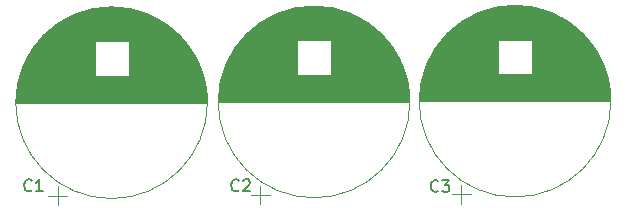
<source format=gbr>
G04 #@! TF.GenerationSoftware,KiCad,Pcbnew,(5.1.4)-1*
G04 #@! TF.CreationDate,2021-02-15T19:13:41-06:00*
G04 #@! TF.ProjectId,CapcitorBreakout,43617063-6974-46f7-9242-7265616b6f75,rev?*
G04 #@! TF.SameCoordinates,Original*
G04 #@! TF.FileFunction,Legend,Top*
G04 #@! TF.FilePolarity,Positive*
%FSLAX46Y46*%
G04 Gerber Fmt 4.6, Leading zero omitted, Abs format (unit mm)*
G04 Created by KiCad (PCBNEW (5.1.4)-1) date 2021-02-15 19:13:41*
%MOMM*%
%LPD*%
G04 APERTURE LIST*
%ADD10C,0.120000*%
%ADD11C,0.150000*%
G04 APERTURE END LIST*
D10*
X166666500Y-96468491D02*
X168266500Y-96468491D01*
X167466500Y-97268491D02*
X167466500Y-95668491D01*
X171256500Y-80498000D02*
X172786500Y-80498000D01*
X170923500Y-80538000D02*
X173119500Y-80538000D01*
X170670500Y-80578000D02*
X173372500Y-80578000D01*
X170457500Y-80618000D02*
X173585500Y-80618000D01*
X170269500Y-80658000D02*
X173773500Y-80658000D01*
X170101500Y-80698000D02*
X173941500Y-80698000D01*
X169947500Y-80738000D02*
X174095500Y-80738000D01*
X169803500Y-80778000D02*
X174239500Y-80778000D01*
X169670500Y-80818000D02*
X174372500Y-80818000D01*
X169543500Y-80858000D02*
X174499500Y-80858000D01*
X169424500Y-80898000D02*
X174618500Y-80898000D01*
X169310500Y-80938000D02*
X174732500Y-80938000D01*
X169201500Y-80978000D02*
X174841500Y-80978000D01*
X169097500Y-81018000D02*
X174945500Y-81018000D01*
X168997500Y-81058000D02*
X175045500Y-81058000D01*
X168901500Y-81098000D02*
X175141500Y-81098000D01*
X168808500Y-81138000D02*
X175234500Y-81138000D01*
X168718500Y-81178000D02*
X175324500Y-81178000D01*
X168631500Y-81218000D02*
X175411500Y-81218000D01*
X168546500Y-81258000D02*
X175496500Y-81258000D01*
X168464500Y-81298000D02*
X175578500Y-81298000D01*
X168384500Y-81338000D02*
X175658500Y-81338000D01*
X168306500Y-81378000D02*
X175736500Y-81378000D01*
X168231500Y-81418000D02*
X175811500Y-81418000D01*
X168157500Y-81458000D02*
X175885500Y-81458000D01*
X168085500Y-81498000D02*
X175957500Y-81498000D01*
X168014500Y-81538000D02*
X176028500Y-81538000D01*
X167945500Y-81578000D02*
X176097500Y-81578000D01*
X167878500Y-81618000D02*
X176164500Y-81618000D01*
X167812500Y-81658000D02*
X176230500Y-81658000D01*
X167748500Y-81698000D02*
X176294500Y-81698000D01*
X167685500Y-81738000D02*
X176357500Y-81738000D01*
X167623500Y-81778000D02*
X176419500Y-81778000D01*
X167562500Y-81818000D02*
X176480500Y-81818000D01*
X167502500Y-81858000D02*
X176540500Y-81858000D01*
X167444500Y-81898000D02*
X176598500Y-81898000D01*
X167387500Y-81938000D02*
X176655500Y-81938000D01*
X167330500Y-81978000D02*
X176712500Y-81978000D01*
X167275500Y-82018000D02*
X176767500Y-82018000D01*
X167221500Y-82058000D02*
X176821500Y-82058000D01*
X167167500Y-82098000D02*
X176875500Y-82098000D01*
X167115500Y-82138000D02*
X176927500Y-82138000D01*
X167063500Y-82178000D02*
X176979500Y-82178000D01*
X167012500Y-82218000D02*
X177030500Y-82218000D01*
X166962500Y-82258000D02*
X177080500Y-82258000D01*
X166913500Y-82298000D02*
X177129500Y-82298000D01*
X166865500Y-82338000D02*
X177177500Y-82338000D01*
X166817500Y-82378000D02*
X177225500Y-82378000D01*
X166770500Y-82418000D02*
X177272500Y-82418000D01*
X166724500Y-82458000D02*
X177318500Y-82458000D01*
X166678500Y-82498000D02*
X177364500Y-82498000D01*
X166633500Y-82538000D02*
X177409500Y-82538000D01*
X166589500Y-82578000D02*
X177453500Y-82578000D01*
X166546500Y-82618000D02*
X177496500Y-82618000D01*
X166503500Y-82658000D02*
X177539500Y-82658000D01*
X166461500Y-82698000D02*
X177581500Y-82698000D01*
X166419500Y-82738000D02*
X177623500Y-82738000D01*
X166378500Y-82778000D02*
X177664500Y-82778000D01*
X166337500Y-82818000D02*
X177705500Y-82818000D01*
X166297500Y-82858000D02*
X177745500Y-82858000D01*
X166258500Y-82898000D02*
X177784500Y-82898000D01*
X166219500Y-82938000D02*
X177823500Y-82938000D01*
X166181500Y-82978000D02*
X177861500Y-82978000D01*
X166143500Y-83018000D02*
X177899500Y-83018000D01*
X166105500Y-83058000D02*
X177937500Y-83058000D01*
X166069500Y-83098000D02*
X177973500Y-83098000D01*
X166032500Y-83138000D02*
X178010500Y-83138000D01*
X165996500Y-83178000D02*
X178046500Y-83178000D01*
X165961500Y-83218000D02*
X178081500Y-83218000D01*
X165926500Y-83258000D02*
X178116500Y-83258000D01*
X165892500Y-83298000D02*
X178150500Y-83298000D01*
X165858500Y-83338000D02*
X178184500Y-83338000D01*
X165824500Y-83378000D02*
X178218500Y-83378000D01*
X173461500Y-83418000D02*
X178251500Y-83418000D01*
X165791500Y-83418000D02*
X170581500Y-83418000D01*
X173461500Y-83458000D02*
X178284500Y-83458000D01*
X165758500Y-83458000D02*
X170581500Y-83458000D01*
X173461500Y-83498000D02*
X178316500Y-83498000D01*
X165726500Y-83498000D02*
X170581500Y-83498000D01*
X173461500Y-83538000D02*
X178348500Y-83538000D01*
X165694500Y-83538000D02*
X170581500Y-83538000D01*
X173461500Y-83578000D02*
X178379500Y-83578000D01*
X165663500Y-83578000D02*
X170581500Y-83578000D01*
X173461500Y-83618000D02*
X178411500Y-83618000D01*
X165631500Y-83618000D02*
X170581500Y-83618000D01*
X173461500Y-83658000D02*
X178441500Y-83658000D01*
X165601500Y-83658000D02*
X170581500Y-83658000D01*
X173461500Y-83698000D02*
X178471500Y-83698000D01*
X165571500Y-83698000D02*
X170581500Y-83698000D01*
X173461500Y-83738000D02*
X178501500Y-83738000D01*
X165541500Y-83738000D02*
X170581500Y-83738000D01*
X173461500Y-83778000D02*
X178531500Y-83778000D01*
X165511500Y-83778000D02*
X170581500Y-83778000D01*
X173461500Y-83818000D02*
X178560500Y-83818000D01*
X165482500Y-83818000D02*
X170581500Y-83818000D01*
X173461500Y-83858000D02*
X178589500Y-83858000D01*
X165453500Y-83858000D02*
X170581500Y-83858000D01*
X173461500Y-83898000D02*
X178617500Y-83898000D01*
X165425500Y-83898000D02*
X170581500Y-83898000D01*
X173461500Y-83938000D02*
X178645500Y-83938000D01*
X165397500Y-83938000D02*
X170581500Y-83938000D01*
X173461500Y-83978000D02*
X178673500Y-83978000D01*
X165369500Y-83978000D02*
X170581500Y-83978000D01*
X173461500Y-84018000D02*
X178700500Y-84018000D01*
X165342500Y-84018000D02*
X170581500Y-84018000D01*
X173461500Y-84058000D02*
X178727500Y-84058000D01*
X165315500Y-84058000D02*
X170581500Y-84058000D01*
X173461500Y-84098000D02*
X178754500Y-84098000D01*
X165288500Y-84098000D02*
X170581500Y-84098000D01*
X173461500Y-84138000D02*
X178780500Y-84138000D01*
X165262500Y-84138000D02*
X170581500Y-84138000D01*
X173461500Y-84178000D02*
X178806500Y-84178000D01*
X165236500Y-84178000D02*
X170581500Y-84178000D01*
X173461500Y-84218000D02*
X178832500Y-84218000D01*
X165210500Y-84218000D02*
X170581500Y-84218000D01*
X173461500Y-84258000D02*
X178857500Y-84258000D01*
X165185500Y-84258000D02*
X170581500Y-84258000D01*
X173461500Y-84298000D02*
X178882500Y-84298000D01*
X165160500Y-84298000D02*
X170581500Y-84298000D01*
X173461500Y-84338000D02*
X178907500Y-84338000D01*
X165135500Y-84338000D02*
X170581500Y-84338000D01*
X173461500Y-84378000D02*
X178931500Y-84378000D01*
X165111500Y-84378000D02*
X170581500Y-84378000D01*
X173461500Y-84418000D02*
X178955500Y-84418000D01*
X165087500Y-84418000D02*
X170581500Y-84418000D01*
X173461500Y-84458000D02*
X178979500Y-84458000D01*
X165063500Y-84458000D02*
X170581500Y-84458000D01*
X173461500Y-84498000D02*
X179002500Y-84498000D01*
X165040500Y-84498000D02*
X170581500Y-84498000D01*
X173461500Y-84538000D02*
X179025500Y-84538000D01*
X165017500Y-84538000D02*
X170581500Y-84538000D01*
X173461500Y-84578000D02*
X179048500Y-84578000D01*
X164994500Y-84578000D02*
X170581500Y-84578000D01*
X173461500Y-84618000D02*
X179070500Y-84618000D01*
X164972500Y-84618000D02*
X170581500Y-84618000D01*
X173461500Y-84658000D02*
X179093500Y-84658000D01*
X164949500Y-84658000D02*
X170581500Y-84658000D01*
X173461500Y-84698000D02*
X179115500Y-84698000D01*
X164927500Y-84698000D02*
X170581500Y-84698000D01*
X173461500Y-84738000D02*
X179136500Y-84738000D01*
X164906500Y-84738000D02*
X170581500Y-84738000D01*
X173461500Y-84778000D02*
X179157500Y-84778000D01*
X164885500Y-84778000D02*
X170581500Y-84778000D01*
X173461500Y-84818000D02*
X179178500Y-84818000D01*
X164864500Y-84818000D02*
X170581500Y-84818000D01*
X173461500Y-84858000D02*
X179199500Y-84858000D01*
X164843500Y-84858000D02*
X170581500Y-84858000D01*
X173461500Y-84898000D02*
X179220500Y-84898000D01*
X164822500Y-84898000D02*
X170581500Y-84898000D01*
X173461500Y-84938000D02*
X179240500Y-84938000D01*
X164802500Y-84938000D02*
X170581500Y-84938000D01*
X173461500Y-84978000D02*
X179260500Y-84978000D01*
X164782500Y-84978000D02*
X170581500Y-84978000D01*
X173461500Y-85018000D02*
X179279500Y-85018000D01*
X164763500Y-85018000D02*
X170581500Y-85018000D01*
X173461500Y-85058000D02*
X179299500Y-85058000D01*
X164743500Y-85058000D02*
X170581500Y-85058000D01*
X173461500Y-85098000D02*
X179318500Y-85098000D01*
X164724500Y-85098000D02*
X170581500Y-85098000D01*
X173461500Y-85138000D02*
X179337500Y-85138000D01*
X164705500Y-85138000D02*
X170581500Y-85138000D01*
X173461500Y-85178000D02*
X179355500Y-85178000D01*
X164687500Y-85178000D02*
X170581500Y-85178000D01*
X173461500Y-85218000D02*
X179374500Y-85218000D01*
X164668500Y-85218000D02*
X170581500Y-85218000D01*
X173461500Y-85258000D02*
X179392500Y-85258000D01*
X164650500Y-85258000D02*
X170581500Y-85258000D01*
X173461500Y-85298000D02*
X179410500Y-85298000D01*
X164632500Y-85298000D02*
X170581500Y-85298000D01*
X173461500Y-85338000D02*
X179427500Y-85338000D01*
X164615500Y-85338000D02*
X170581500Y-85338000D01*
X173461500Y-85378000D02*
X179444500Y-85378000D01*
X164598500Y-85378000D02*
X170581500Y-85378000D01*
X173461500Y-85418000D02*
X179461500Y-85418000D01*
X164581500Y-85418000D02*
X170581500Y-85418000D01*
X173461500Y-85458000D02*
X179478500Y-85458000D01*
X164564500Y-85458000D02*
X170581500Y-85458000D01*
X173461500Y-85498000D02*
X179495500Y-85498000D01*
X164547500Y-85498000D02*
X170581500Y-85498000D01*
X173461500Y-85538000D02*
X179511500Y-85538000D01*
X164531500Y-85538000D02*
X170581500Y-85538000D01*
X173461500Y-85578000D02*
X179527500Y-85578000D01*
X164515500Y-85578000D02*
X170581500Y-85578000D01*
X173461500Y-85618000D02*
X179543500Y-85618000D01*
X164499500Y-85618000D02*
X170581500Y-85618000D01*
X173461500Y-85658000D02*
X179558500Y-85658000D01*
X164484500Y-85658000D02*
X170581500Y-85658000D01*
X173461500Y-85698000D02*
X179574500Y-85698000D01*
X164468500Y-85698000D02*
X170581500Y-85698000D01*
X173461500Y-85738000D02*
X179589500Y-85738000D01*
X164453500Y-85738000D02*
X170581500Y-85738000D01*
X173461500Y-85778000D02*
X179603500Y-85778000D01*
X164439500Y-85778000D02*
X170581500Y-85778000D01*
X173461500Y-85818000D02*
X179618500Y-85818000D01*
X164424500Y-85818000D02*
X170581500Y-85818000D01*
X173461500Y-85858000D02*
X179632500Y-85858000D01*
X164410500Y-85858000D02*
X170581500Y-85858000D01*
X173461500Y-85898000D02*
X179646500Y-85898000D01*
X164396500Y-85898000D02*
X170581500Y-85898000D01*
X173461500Y-85938000D02*
X179660500Y-85938000D01*
X164382500Y-85938000D02*
X170581500Y-85938000D01*
X173461500Y-85978000D02*
X179674500Y-85978000D01*
X164368500Y-85978000D02*
X170581500Y-85978000D01*
X173461500Y-86018000D02*
X179687500Y-86018000D01*
X164355500Y-86018000D02*
X170581500Y-86018000D01*
X173461500Y-86058000D02*
X179701500Y-86058000D01*
X164341500Y-86058000D02*
X170581500Y-86058000D01*
X173461500Y-86098000D02*
X179714500Y-86098000D01*
X164328500Y-86098000D02*
X170581500Y-86098000D01*
X173461500Y-86138000D02*
X179726500Y-86138000D01*
X164316500Y-86138000D02*
X170581500Y-86138000D01*
X173461500Y-86178000D02*
X179739500Y-86178000D01*
X164303500Y-86178000D02*
X170581500Y-86178000D01*
X173461500Y-86218000D02*
X179751500Y-86218000D01*
X164291500Y-86218000D02*
X170581500Y-86218000D01*
X173461500Y-86258000D02*
X179763500Y-86258000D01*
X164279500Y-86258000D02*
X170581500Y-86258000D01*
X164267500Y-86298000D02*
X179775500Y-86298000D01*
X164256500Y-86338000D02*
X179786500Y-86338000D01*
X164244500Y-86378000D02*
X179798500Y-86378000D01*
X164233500Y-86418000D02*
X179809500Y-86418000D01*
X164222500Y-86458000D02*
X179820500Y-86458000D01*
X164211500Y-86498000D02*
X179831500Y-86498000D01*
X164201500Y-86538000D02*
X179841500Y-86538000D01*
X164191500Y-86578000D02*
X179851500Y-86578000D01*
X164181500Y-86618000D02*
X179861500Y-86618000D01*
X164171500Y-86658000D02*
X179871500Y-86658000D01*
X164161500Y-86698000D02*
X179881500Y-86698000D01*
X164152500Y-86738000D02*
X179890500Y-86738000D01*
X164143500Y-86778000D02*
X179899500Y-86778000D01*
X164134500Y-86818000D02*
X179908500Y-86818000D01*
X164125500Y-86858000D02*
X179917500Y-86858000D01*
X164116500Y-86898000D02*
X179926500Y-86898000D01*
X164108500Y-86938000D02*
X179934500Y-86938000D01*
X164100500Y-86978000D02*
X179942500Y-86978000D01*
X164092500Y-87018000D02*
X179950500Y-87018000D01*
X164084500Y-87058000D02*
X179958500Y-87058000D01*
X164077500Y-87098000D02*
X179965500Y-87098000D01*
X164069500Y-87138000D02*
X179973500Y-87138000D01*
X164062500Y-87178000D02*
X179980500Y-87178000D01*
X164055500Y-87218000D02*
X179987500Y-87218000D01*
X164049500Y-87258000D02*
X179993500Y-87258000D01*
X164042500Y-87298000D02*
X180000500Y-87298000D01*
X164036500Y-87338000D02*
X180006500Y-87338000D01*
X164030500Y-87378000D02*
X180012500Y-87378000D01*
X164024500Y-87418000D02*
X180018500Y-87418000D01*
X164018500Y-87458000D02*
X180024500Y-87458000D01*
X164013500Y-87498000D02*
X180029500Y-87498000D01*
X164007500Y-87538000D02*
X180035500Y-87538000D01*
X164002500Y-87578000D02*
X180040500Y-87578000D01*
X163997500Y-87618000D02*
X180045500Y-87618000D01*
X163993500Y-87658000D02*
X180049500Y-87658000D01*
X163988500Y-87698000D02*
X180054500Y-87698000D01*
X163984500Y-87738000D02*
X180058500Y-87738000D01*
X163980500Y-87778000D02*
X180062500Y-87778000D01*
X163976500Y-87818000D02*
X180066500Y-87818000D01*
X163972500Y-87858000D02*
X180070500Y-87858000D01*
X163969500Y-87899000D02*
X180073500Y-87899000D01*
X163966500Y-87939000D02*
X180076500Y-87939000D01*
X163963500Y-87979000D02*
X180079500Y-87979000D01*
X163960500Y-88019000D02*
X180082500Y-88019000D01*
X163957500Y-88059000D02*
X180085500Y-88059000D01*
X163955500Y-88099000D02*
X180087500Y-88099000D01*
X163952500Y-88139000D02*
X180090500Y-88139000D01*
X163950500Y-88179000D02*
X180092500Y-88179000D01*
X163948500Y-88219000D02*
X180094500Y-88219000D01*
X163947500Y-88259000D02*
X180095500Y-88259000D01*
X163945500Y-88299000D02*
X180097500Y-88299000D01*
X163944500Y-88339000D02*
X180098500Y-88339000D01*
X163943500Y-88379000D02*
X180099500Y-88379000D01*
X163942500Y-88419000D02*
X180100500Y-88419000D01*
X163941500Y-88459000D02*
X180101500Y-88459000D01*
X163941500Y-88499000D02*
X180101500Y-88499000D01*
X163941500Y-88539000D02*
X180101500Y-88539000D01*
X163940500Y-88579000D02*
X180102500Y-88579000D01*
X180141500Y-88579000D02*
G75*
G03X180141500Y-88579000I-8120000J0D01*
G01*
X149648500Y-96531991D02*
X151248500Y-96531991D01*
X150448500Y-97331991D02*
X150448500Y-95731991D01*
X154238500Y-80561500D02*
X155768500Y-80561500D01*
X153905500Y-80601500D02*
X156101500Y-80601500D01*
X153652500Y-80641500D02*
X156354500Y-80641500D01*
X153439500Y-80681500D02*
X156567500Y-80681500D01*
X153251500Y-80721500D02*
X156755500Y-80721500D01*
X153083500Y-80761500D02*
X156923500Y-80761500D01*
X152929500Y-80801500D02*
X157077500Y-80801500D01*
X152785500Y-80841500D02*
X157221500Y-80841500D01*
X152652500Y-80881500D02*
X157354500Y-80881500D01*
X152525500Y-80921500D02*
X157481500Y-80921500D01*
X152406500Y-80961500D02*
X157600500Y-80961500D01*
X152292500Y-81001500D02*
X157714500Y-81001500D01*
X152183500Y-81041500D02*
X157823500Y-81041500D01*
X152079500Y-81081500D02*
X157927500Y-81081500D01*
X151979500Y-81121500D02*
X158027500Y-81121500D01*
X151883500Y-81161500D02*
X158123500Y-81161500D01*
X151790500Y-81201500D02*
X158216500Y-81201500D01*
X151700500Y-81241500D02*
X158306500Y-81241500D01*
X151613500Y-81281500D02*
X158393500Y-81281500D01*
X151528500Y-81321500D02*
X158478500Y-81321500D01*
X151446500Y-81361500D02*
X158560500Y-81361500D01*
X151366500Y-81401500D02*
X158640500Y-81401500D01*
X151288500Y-81441500D02*
X158718500Y-81441500D01*
X151213500Y-81481500D02*
X158793500Y-81481500D01*
X151139500Y-81521500D02*
X158867500Y-81521500D01*
X151067500Y-81561500D02*
X158939500Y-81561500D01*
X150996500Y-81601500D02*
X159010500Y-81601500D01*
X150927500Y-81641500D02*
X159079500Y-81641500D01*
X150860500Y-81681500D02*
X159146500Y-81681500D01*
X150794500Y-81721500D02*
X159212500Y-81721500D01*
X150730500Y-81761500D02*
X159276500Y-81761500D01*
X150667500Y-81801500D02*
X159339500Y-81801500D01*
X150605500Y-81841500D02*
X159401500Y-81841500D01*
X150544500Y-81881500D02*
X159462500Y-81881500D01*
X150484500Y-81921500D02*
X159522500Y-81921500D01*
X150426500Y-81961500D02*
X159580500Y-81961500D01*
X150369500Y-82001500D02*
X159637500Y-82001500D01*
X150312500Y-82041500D02*
X159694500Y-82041500D01*
X150257500Y-82081500D02*
X159749500Y-82081500D01*
X150203500Y-82121500D02*
X159803500Y-82121500D01*
X150149500Y-82161500D02*
X159857500Y-82161500D01*
X150097500Y-82201500D02*
X159909500Y-82201500D01*
X150045500Y-82241500D02*
X159961500Y-82241500D01*
X149994500Y-82281500D02*
X160012500Y-82281500D01*
X149944500Y-82321500D02*
X160062500Y-82321500D01*
X149895500Y-82361500D02*
X160111500Y-82361500D01*
X149847500Y-82401500D02*
X160159500Y-82401500D01*
X149799500Y-82441500D02*
X160207500Y-82441500D01*
X149752500Y-82481500D02*
X160254500Y-82481500D01*
X149706500Y-82521500D02*
X160300500Y-82521500D01*
X149660500Y-82561500D02*
X160346500Y-82561500D01*
X149615500Y-82601500D02*
X160391500Y-82601500D01*
X149571500Y-82641500D02*
X160435500Y-82641500D01*
X149528500Y-82681500D02*
X160478500Y-82681500D01*
X149485500Y-82721500D02*
X160521500Y-82721500D01*
X149443500Y-82761500D02*
X160563500Y-82761500D01*
X149401500Y-82801500D02*
X160605500Y-82801500D01*
X149360500Y-82841500D02*
X160646500Y-82841500D01*
X149319500Y-82881500D02*
X160687500Y-82881500D01*
X149279500Y-82921500D02*
X160727500Y-82921500D01*
X149240500Y-82961500D02*
X160766500Y-82961500D01*
X149201500Y-83001500D02*
X160805500Y-83001500D01*
X149163500Y-83041500D02*
X160843500Y-83041500D01*
X149125500Y-83081500D02*
X160881500Y-83081500D01*
X149087500Y-83121500D02*
X160919500Y-83121500D01*
X149051500Y-83161500D02*
X160955500Y-83161500D01*
X149014500Y-83201500D02*
X160992500Y-83201500D01*
X148978500Y-83241500D02*
X161028500Y-83241500D01*
X148943500Y-83281500D02*
X161063500Y-83281500D01*
X148908500Y-83321500D02*
X161098500Y-83321500D01*
X148874500Y-83361500D02*
X161132500Y-83361500D01*
X148840500Y-83401500D02*
X161166500Y-83401500D01*
X148806500Y-83441500D02*
X161200500Y-83441500D01*
X156443500Y-83481500D02*
X161233500Y-83481500D01*
X148773500Y-83481500D02*
X153563500Y-83481500D01*
X156443500Y-83521500D02*
X161266500Y-83521500D01*
X148740500Y-83521500D02*
X153563500Y-83521500D01*
X156443500Y-83561500D02*
X161298500Y-83561500D01*
X148708500Y-83561500D02*
X153563500Y-83561500D01*
X156443500Y-83601500D02*
X161330500Y-83601500D01*
X148676500Y-83601500D02*
X153563500Y-83601500D01*
X156443500Y-83641500D02*
X161361500Y-83641500D01*
X148645500Y-83641500D02*
X153563500Y-83641500D01*
X156443500Y-83681500D02*
X161393500Y-83681500D01*
X148613500Y-83681500D02*
X153563500Y-83681500D01*
X156443500Y-83721500D02*
X161423500Y-83721500D01*
X148583500Y-83721500D02*
X153563500Y-83721500D01*
X156443500Y-83761500D02*
X161453500Y-83761500D01*
X148553500Y-83761500D02*
X153563500Y-83761500D01*
X156443500Y-83801500D02*
X161483500Y-83801500D01*
X148523500Y-83801500D02*
X153563500Y-83801500D01*
X156443500Y-83841500D02*
X161513500Y-83841500D01*
X148493500Y-83841500D02*
X153563500Y-83841500D01*
X156443500Y-83881500D02*
X161542500Y-83881500D01*
X148464500Y-83881500D02*
X153563500Y-83881500D01*
X156443500Y-83921500D02*
X161571500Y-83921500D01*
X148435500Y-83921500D02*
X153563500Y-83921500D01*
X156443500Y-83961500D02*
X161599500Y-83961500D01*
X148407500Y-83961500D02*
X153563500Y-83961500D01*
X156443500Y-84001500D02*
X161627500Y-84001500D01*
X148379500Y-84001500D02*
X153563500Y-84001500D01*
X156443500Y-84041500D02*
X161655500Y-84041500D01*
X148351500Y-84041500D02*
X153563500Y-84041500D01*
X156443500Y-84081500D02*
X161682500Y-84081500D01*
X148324500Y-84081500D02*
X153563500Y-84081500D01*
X156443500Y-84121500D02*
X161709500Y-84121500D01*
X148297500Y-84121500D02*
X153563500Y-84121500D01*
X156443500Y-84161500D02*
X161736500Y-84161500D01*
X148270500Y-84161500D02*
X153563500Y-84161500D01*
X156443500Y-84201500D02*
X161762500Y-84201500D01*
X148244500Y-84201500D02*
X153563500Y-84201500D01*
X156443500Y-84241500D02*
X161788500Y-84241500D01*
X148218500Y-84241500D02*
X153563500Y-84241500D01*
X156443500Y-84281500D02*
X161814500Y-84281500D01*
X148192500Y-84281500D02*
X153563500Y-84281500D01*
X156443500Y-84321500D02*
X161839500Y-84321500D01*
X148167500Y-84321500D02*
X153563500Y-84321500D01*
X156443500Y-84361500D02*
X161864500Y-84361500D01*
X148142500Y-84361500D02*
X153563500Y-84361500D01*
X156443500Y-84401500D02*
X161889500Y-84401500D01*
X148117500Y-84401500D02*
X153563500Y-84401500D01*
X156443500Y-84441500D02*
X161913500Y-84441500D01*
X148093500Y-84441500D02*
X153563500Y-84441500D01*
X156443500Y-84481500D02*
X161937500Y-84481500D01*
X148069500Y-84481500D02*
X153563500Y-84481500D01*
X156443500Y-84521500D02*
X161961500Y-84521500D01*
X148045500Y-84521500D02*
X153563500Y-84521500D01*
X156443500Y-84561500D02*
X161984500Y-84561500D01*
X148022500Y-84561500D02*
X153563500Y-84561500D01*
X156443500Y-84601500D02*
X162007500Y-84601500D01*
X147999500Y-84601500D02*
X153563500Y-84601500D01*
X156443500Y-84641500D02*
X162030500Y-84641500D01*
X147976500Y-84641500D02*
X153563500Y-84641500D01*
X156443500Y-84681500D02*
X162052500Y-84681500D01*
X147954500Y-84681500D02*
X153563500Y-84681500D01*
X156443500Y-84721500D02*
X162075500Y-84721500D01*
X147931500Y-84721500D02*
X153563500Y-84721500D01*
X156443500Y-84761500D02*
X162097500Y-84761500D01*
X147909500Y-84761500D02*
X153563500Y-84761500D01*
X156443500Y-84801500D02*
X162118500Y-84801500D01*
X147888500Y-84801500D02*
X153563500Y-84801500D01*
X156443500Y-84841500D02*
X162139500Y-84841500D01*
X147867500Y-84841500D02*
X153563500Y-84841500D01*
X156443500Y-84881500D02*
X162160500Y-84881500D01*
X147846500Y-84881500D02*
X153563500Y-84881500D01*
X156443500Y-84921500D02*
X162181500Y-84921500D01*
X147825500Y-84921500D02*
X153563500Y-84921500D01*
X156443500Y-84961500D02*
X162202500Y-84961500D01*
X147804500Y-84961500D02*
X153563500Y-84961500D01*
X156443500Y-85001500D02*
X162222500Y-85001500D01*
X147784500Y-85001500D02*
X153563500Y-85001500D01*
X156443500Y-85041500D02*
X162242500Y-85041500D01*
X147764500Y-85041500D02*
X153563500Y-85041500D01*
X156443500Y-85081500D02*
X162261500Y-85081500D01*
X147745500Y-85081500D02*
X153563500Y-85081500D01*
X156443500Y-85121500D02*
X162281500Y-85121500D01*
X147725500Y-85121500D02*
X153563500Y-85121500D01*
X156443500Y-85161500D02*
X162300500Y-85161500D01*
X147706500Y-85161500D02*
X153563500Y-85161500D01*
X156443500Y-85201500D02*
X162319500Y-85201500D01*
X147687500Y-85201500D02*
X153563500Y-85201500D01*
X156443500Y-85241500D02*
X162337500Y-85241500D01*
X147669500Y-85241500D02*
X153563500Y-85241500D01*
X156443500Y-85281500D02*
X162356500Y-85281500D01*
X147650500Y-85281500D02*
X153563500Y-85281500D01*
X156443500Y-85321500D02*
X162374500Y-85321500D01*
X147632500Y-85321500D02*
X153563500Y-85321500D01*
X156443500Y-85361500D02*
X162392500Y-85361500D01*
X147614500Y-85361500D02*
X153563500Y-85361500D01*
X156443500Y-85401500D02*
X162409500Y-85401500D01*
X147597500Y-85401500D02*
X153563500Y-85401500D01*
X156443500Y-85441500D02*
X162426500Y-85441500D01*
X147580500Y-85441500D02*
X153563500Y-85441500D01*
X156443500Y-85481500D02*
X162443500Y-85481500D01*
X147563500Y-85481500D02*
X153563500Y-85481500D01*
X156443500Y-85521500D02*
X162460500Y-85521500D01*
X147546500Y-85521500D02*
X153563500Y-85521500D01*
X156443500Y-85561500D02*
X162477500Y-85561500D01*
X147529500Y-85561500D02*
X153563500Y-85561500D01*
X156443500Y-85601500D02*
X162493500Y-85601500D01*
X147513500Y-85601500D02*
X153563500Y-85601500D01*
X156443500Y-85641500D02*
X162509500Y-85641500D01*
X147497500Y-85641500D02*
X153563500Y-85641500D01*
X156443500Y-85681500D02*
X162525500Y-85681500D01*
X147481500Y-85681500D02*
X153563500Y-85681500D01*
X156443500Y-85721500D02*
X162540500Y-85721500D01*
X147466500Y-85721500D02*
X153563500Y-85721500D01*
X156443500Y-85761500D02*
X162556500Y-85761500D01*
X147450500Y-85761500D02*
X153563500Y-85761500D01*
X156443500Y-85801500D02*
X162571500Y-85801500D01*
X147435500Y-85801500D02*
X153563500Y-85801500D01*
X156443500Y-85841500D02*
X162585500Y-85841500D01*
X147421500Y-85841500D02*
X153563500Y-85841500D01*
X156443500Y-85881500D02*
X162600500Y-85881500D01*
X147406500Y-85881500D02*
X153563500Y-85881500D01*
X156443500Y-85921500D02*
X162614500Y-85921500D01*
X147392500Y-85921500D02*
X153563500Y-85921500D01*
X156443500Y-85961500D02*
X162628500Y-85961500D01*
X147378500Y-85961500D02*
X153563500Y-85961500D01*
X156443500Y-86001500D02*
X162642500Y-86001500D01*
X147364500Y-86001500D02*
X153563500Y-86001500D01*
X156443500Y-86041500D02*
X162656500Y-86041500D01*
X147350500Y-86041500D02*
X153563500Y-86041500D01*
X156443500Y-86081500D02*
X162669500Y-86081500D01*
X147337500Y-86081500D02*
X153563500Y-86081500D01*
X156443500Y-86121500D02*
X162683500Y-86121500D01*
X147323500Y-86121500D02*
X153563500Y-86121500D01*
X156443500Y-86161500D02*
X162696500Y-86161500D01*
X147310500Y-86161500D02*
X153563500Y-86161500D01*
X156443500Y-86201500D02*
X162708500Y-86201500D01*
X147298500Y-86201500D02*
X153563500Y-86201500D01*
X156443500Y-86241500D02*
X162721500Y-86241500D01*
X147285500Y-86241500D02*
X153563500Y-86241500D01*
X156443500Y-86281500D02*
X162733500Y-86281500D01*
X147273500Y-86281500D02*
X153563500Y-86281500D01*
X156443500Y-86321500D02*
X162745500Y-86321500D01*
X147261500Y-86321500D02*
X153563500Y-86321500D01*
X147249500Y-86361500D02*
X162757500Y-86361500D01*
X147238500Y-86401500D02*
X162768500Y-86401500D01*
X147226500Y-86441500D02*
X162780500Y-86441500D01*
X147215500Y-86481500D02*
X162791500Y-86481500D01*
X147204500Y-86521500D02*
X162802500Y-86521500D01*
X147193500Y-86561500D02*
X162813500Y-86561500D01*
X147183500Y-86601500D02*
X162823500Y-86601500D01*
X147173500Y-86641500D02*
X162833500Y-86641500D01*
X147163500Y-86681500D02*
X162843500Y-86681500D01*
X147153500Y-86721500D02*
X162853500Y-86721500D01*
X147143500Y-86761500D02*
X162863500Y-86761500D01*
X147134500Y-86801500D02*
X162872500Y-86801500D01*
X147125500Y-86841500D02*
X162881500Y-86841500D01*
X147116500Y-86881500D02*
X162890500Y-86881500D01*
X147107500Y-86921500D02*
X162899500Y-86921500D01*
X147098500Y-86961500D02*
X162908500Y-86961500D01*
X147090500Y-87001500D02*
X162916500Y-87001500D01*
X147082500Y-87041500D02*
X162924500Y-87041500D01*
X147074500Y-87081500D02*
X162932500Y-87081500D01*
X147066500Y-87121500D02*
X162940500Y-87121500D01*
X147059500Y-87161500D02*
X162947500Y-87161500D01*
X147051500Y-87201500D02*
X162955500Y-87201500D01*
X147044500Y-87241500D02*
X162962500Y-87241500D01*
X147037500Y-87281500D02*
X162969500Y-87281500D01*
X147031500Y-87321500D02*
X162975500Y-87321500D01*
X147024500Y-87361500D02*
X162982500Y-87361500D01*
X147018500Y-87401500D02*
X162988500Y-87401500D01*
X147012500Y-87441500D02*
X162994500Y-87441500D01*
X147006500Y-87481500D02*
X163000500Y-87481500D01*
X147000500Y-87521500D02*
X163006500Y-87521500D01*
X146995500Y-87561500D02*
X163011500Y-87561500D01*
X146989500Y-87601500D02*
X163017500Y-87601500D01*
X146984500Y-87641500D02*
X163022500Y-87641500D01*
X146979500Y-87681500D02*
X163027500Y-87681500D01*
X146975500Y-87721500D02*
X163031500Y-87721500D01*
X146970500Y-87761500D02*
X163036500Y-87761500D01*
X146966500Y-87801500D02*
X163040500Y-87801500D01*
X146962500Y-87841500D02*
X163044500Y-87841500D01*
X146958500Y-87881500D02*
X163048500Y-87881500D01*
X146954500Y-87921500D02*
X163052500Y-87921500D01*
X146951500Y-87962500D02*
X163055500Y-87962500D01*
X146948500Y-88002500D02*
X163058500Y-88002500D01*
X146945500Y-88042500D02*
X163061500Y-88042500D01*
X146942500Y-88082500D02*
X163064500Y-88082500D01*
X146939500Y-88122500D02*
X163067500Y-88122500D01*
X146937500Y-88162500D02*
X163069500Y-88162500D01*
X146934500Y-88202500D02*
X163072500Y-88202500D01*
X146932500Y-88242500D02*
X163074500Y-88242500D01*
X146930500Y-88282500D02*
X163076500Y-88282500D01*
X146929500Y-88322500D02*
X163077500Y-88322500D01*
X146927500Y-88362500D02*
X163079500Y-88362500D01*
X146926500Y-88402500D02*
X163080500Y-88402500D01*
X146925500Y-88442500D02*
X163081500Y-88442500D01*
X146924500Y-88482500D02*
X163082500Y-88482500D01*
X146923500Y-88522500D02*
X163083500Y-88522500D01*
X146923500Y-88562500D02*
X163083500Y-88562500D01*
X146923500Y-88602500D02*
X163083500Y-88602500D01*
X146922500Y-88642500D02*
X163084500Y-88642500D01*
X163123500Y-88642500D02*
G75*
G03X163123500Y-88642500I-8120000J0D01*
G01*
X132503500Y-96595491D02*
X134103500Y-96595491D01*
X133303500Y-97395491D02*
X133303500Y-95795491D01*
X137093500Y-80625000D02*
X138623500Y-80625000D01*
X136760500Y-80665000D02*
X138956500Y-80665000D01*
X136507500Y-80705000D02*
X139209500Y-80705000D01*
X136294500Y-80745000D02*
X139422500Y-80745000D01*
X136106500Y-80785000D02*
X139610500Y-80785000D01*
X135938500Y-80825000D02*
X139778500Y-80825000D01*
X135784500Y-80865000D02*
X139932500Y-80865000D01*
X135640500Y-80905000D02*
X140076500Y-80905000D01*
X135507500Y-80945000D02*
X140209500Y-80945000D01*
X135380500Y-80985000D02*
X140336500Y-80985000D01*
X135261500Y-81025000D02*
X140455500Y-81025000D01*
X135147500Y-81065000D02*
X140569500Y-81065000D01*
X135038500Y-81105000D02*
X140678500Y-81105000D01*
X134934500Y-81145000D02*
X140782500Y-81145000D01*
X134834500Y-81185000D02*
X140882500Y-81185000D01*
X134738500Y-81225000D02*
X140978500Y-81225000D01*
X134645500Y-81265000D02*
X141071500Y-81265000D01*
X134555500Y-81305000D02*
X141161500Y-81305000D01*
X134468500Y-81345000D02*
X141248500Y-81345000D01*
X134383500Y-81385000D02*
X141333500Y-81385000D01*
X134301500Y-81425000D02*
X141415500Y-81425000D01*
X134221500Y-81465000D02*
X141495500Y-81465000D01*
X134143500Y-81505000D02*
X141573500Y-81505000D01*
X134068500Y-81545000D02*
X141648500Y-81545000D01*
X133994500Y-81585000D02*
X141722500Y-81585000D01*
X133922500Y-81625000D02*
X141794500Y-81625000D01*
X133851500Y-81665000D02*
X141865500Y-81665000D01*
X133782500Y-81705000D02*
X141934500Y-81705000D01*
X133715500Y-81745000D02*
X142001500Y-81745000D01*
X133649500Y-81785000D02*
X142067500Y-81785000D01*
X133585500Y-81825000D02*
X142131500Y-81825000D01*
X133522500Y-81865000D02*
X142194500Y-81865000D01*
X133460500Y-81905000D02*
X142256500Y-81905000D01*
X133399500Y-81945000D02*
X142317500Y-81945000D01*
X133339500Y-81985000D02*
X142377500Y-81985000D01*
X133281500Y-82025000D02*
X142435500Y-82025000D01*
X133224500Y-82065000D02*
X142492500Y-82065000D01*
X133167500Y-82105000D02*
X142549500Y-82105000D01*
X133112500Y-82145000D02*
X142604500Y-82145000D01*
X133058500Y-82185000D02*
X142658500Y-82185000D01*
X133004500Y-82225000D02*
X142712500Y-82225000D01*
X132952500Y-82265000D02*
X142764500Y-82265000D01*
X132900500Y-82305000D02*
X142816500Y-82305000D01*
X132849500Y-82345000D02*
X142867500Y-82345000D01*
X132799500Y-82385000D02*
X142917500Y-82385000D01*
X132750500Y-82425000D02*
X142966500Y-82425000D01*
X132702500Y-82465000D02*
X143014500Y-82465000D01*
X132654500Y-82505000D02*
X143062500Y-82505000D01*
X132607500Y-82545000D02*
X143109500Y-82545000D01*
X132561500Y-82585000D02*
X143155500Y-82585000D01*
X132515500Y-82625000D02*
X143201500Y-82625000D01*
X132470500Y-82665000D02*
X143246500Y-82665000D01*
X132426500Y-82705000D02*
X143290500Y-82705000D01*
X132383500Y-82745000D02*
X143333500Y-82745000D01*
X132340500Y-82785000D02*
X143376500Y-82785000D01*
X132298500Y-82825000D02*
X143418500Y-82825000D01*
X132256500Y-82865000D02*
X143460500Y-82865000D01*
X132215500Y-82905000D02*
X143501500Y-82905000D01*
X132174500Y-82945000D02*
X143542500Y-82945000D01*
X132134500Y-82985000D02*
X143582500Y-82985000D01*
X132095500Y-83025000D02*
X143621500Y-83025000D01*
X132056500Y-83065000D02*
X143660500Y-83065000D01*
X132018500Y-83105000D02*
X143698500Y-83105000D01*
X131980500Y-83145000D02*
X143736500Y-83145000D01*
X131942500Y-83185000D02*
X143774500Y-83185000D01*
X131906500Y-83225000D02*
X143810500Y-83225000D01*
X131869500Y-83265000D02*
X143847500Y-83265000D01*
X131833500Y-83305000D02*
X143883500Y-83305000D01*
X131798500Y-83345000D02*
X143918500Y-83345000D01*
X131763500Y-83385000D02*
X143953500Y-83385000D01*
X131729500Y-83425000D02*
X143987500Y-83425000D01*
X131695500Y-83465000D02*
X144021500Y-83465000D01*
X131661500Y-83505000D02*
X144055500Y-83505000D01*
X139298500Y-83545000D02*
X144088500Y-83545000D01*
X131628500Y-83545000D02*
X136418500Y-83545000D01*
X139298500Y-83585000D02*
X144121500Y-83585000D01*
X131595500Y-83585000D02*
X136418500Y-83585000D01*
X139298500Y-83625000D02*
X144153500Y-83625000D01*
X131563500Y-83625000D02*
X136418500Y-83625000D01*
X139298500Y-83665000D02*
X144185500Y-83665000D01*
X131531500Y-83665000D02*
X136418500Y-83665000D01*
X139298500Y-83705000D02*
X144216500Y-83705000D01*
X131500500Y-83705000D02*
X136418500Y-83705000D01*
X139298500Y-83745000D02*
X144248500Y-83745000D01*
X131468500Y-83745000D02*
X136418500Y-83745000D01*
X139298500Y-83785000D02*
X144278500Y-83785000D01*
X131438500Y-83785000D02*
X136418500Y-83785000D01*
X139298500Y-83825000D02*
X144308500Y-83825000D01*
X131408500Y-83825000D02*
X136418500Y-83825000D01*
X139298500Y-83865000D02*
X144338500Y-83865000D01*
X131378500Y-83865000D02*
X136418500Y-83865000D01*
X139298500Y-83905000D02*
X144368500Y-83905000D01*
X131348500Y-83905000D02*
X136418500Y-83905000D01*
X139298500Y-83945000D02*
X144397500Y-83945000D01*
X131319500Y-83945000D02*
X136418500Y-83945000D01*
X139298500Y-83985000D02*
X144426500Y-83985000D01*
X131290500Y-83985000D02*
X136418500Y-83985000D01*
X139298500Y-84025000D02*
X144454500Y-84025000D01*
X131262500Y-84025000D02*
X136418500Y-84025000D01*
X139298500Y-84065000D02*
X144482500Y-84065000D01*
X131234500Y-84065000D02*
X136418500Y-84065000D01*
X139298500Y-84105000D02*
X144510500Y-84105000D01*
X131206500Y-84105000D02*
X136418500Y-84105000D01*
X139298500Y-84145000D02*
X144537500Y-84145000D01*
X131179500Y-84145000D02*
X136418500Y-84145000D01*
X139298500Y-84185000D02*
X144564500Y-84185000D01*
X131152500Y-84185000D02*
X136418500Y-84185000D01*
X139298500Y-84225000D02*
X144591500Y-84225000D01*
X131125500Y-84225000D02*
X136418500Y-84225000D01*
X139298500Y-84265000D02*
X144617500Y-84265000D01*
X131099500Y-84265000D02*
X136418500Y-84265000D01*
X139298500Y-84305000D02*
X144643500Y-84305000D01*
X131073500Y-84305000D02*
X136418500Y-84305000D01*
X139298500Y-84345000D02*
X144669500Y-84345000D01*
X131047500Y-84345000D02*
X136418500Y-84345000D01*
X139298500Y-84385000D02*
X144694500Y-84385000D01*
X131022500Y-84385000D02*
X136418500Y-84385000D01*
X139298500Y-84425000D02*
X144719500Y-84425000D01*
X130997500Y-84425000D02*
X136418500Y-84425000D01*
X139298500Y-84465000D02*
X144744500Y-84465000D01*
X130972500Y-84465000D02*
X136418500Y-84465000D01*
X139298500Y-84505000D02*
X144768500Y-84505000D01*
X130948500Y-84505000D02*
X136418500Y-84505000D01*
X139298500Y-84545000D02*
X144792500Y-84545000D01*
X130924500Y-84545000D02*
X136418500Y-84545000D01*
X139298500Y-84585000D02*
X144816500Y-84585000D01*
X130900500Y-84585000D02*
X136418500Y-84585000D01*
X139298500Y-84625000D02*
X144839500Y-84625000D01*
X130877500Y-84625000D02*
X136418500Y-84625000D01*
X139298500Y-84665000D02*
X144862500Y-84665000D01*
X130854500Y-84665000D02*
X136418500Y-84665000D01*
X139298500Y-84705000D02*
X144885500Y-84705000D01*
X130831500Y-84705000D02*
X136418500Y-84705000D01*
X139298500Y-84745000D02*
X144907500Y-84745000D01*
X130809500Y-84745000D02*
X136418500Y-84745000D01*
X139298500Y-84785000D02*
X144930500Y-84785000D01*
X130786500Y-84785000D02*
X136418500Y-84785000D01*
X139298500Y-84825000D02*
X144952500Y-84825000D01*
X130764500Y-84825000D02*
X136418500Y-84825000D01*
X139298500Y-84865000D02*
X144973500Y-84865000D01*
X130743500Y-84865000D02*
X136418500Y-84865000D01*
X139298500Y-84905000D02*
X144994500Y-84905000D01*
X130722500Y-84905000D02*
X136418500Y-84905000D01*
X139298500Y-84945000D02*
X145015500Y-84945000D01*
X130701500Y-84945000D02*
X136418500Y-84945000D01*
X139298500Y-84985000D02*
X145036500Y-84985000D01*
X130680500Y-84985000D02*
X136418500Y-84985000D01*
X139298500Y-85025000D02*
X145057500Y-85025000D01*
X130659500Y-85025000D02*
X136418500Y-85025000D01*
X139298500Y-85065000D02*
X145077500Y-85065000D01*
X130639500Y-85065000D02*
X136418500Y-85065000D01*
X139298500Y-85105000D02*
X145097500Y-85105000D01*
X130619500Y-85105000D02*
X136418500Y-85105000D01*
X139298500Y-85145000D02*
X145116500Y-85145000D01*
X130600500Y-85145000D02*
X136418500Y-85145000D01*
X139298500Y-85185000D02*
X145136500Y-85185000D01*
X130580500Y-85185000D02*
X136418500Y-85185000D01*
X139298500Y-85225000D02*
X145155500Y-85225000D01*
X130561500Y-85225000D02*
X136418500Y-85225000D01*
X139298500Y-85265000D02*
X145174500Y-85265000D01*
X130542500Y-85265000D02*
X136418500Y-85265000D01*
X139298500Y-85305000D02*
X145192500Y-85305000D01*
X130524500Y-85305000D02*
X136418500Y-85305000D01*
X139298500Y-85345000D02*
X145211500Y-85345000D01*
X130505500Y-85345000D02*
X136418500Y-85345000D01*
X139298500Y-85385000D02*
X145229500Y-85385000D01*
X130487500Y-85385000D02*
X136418500Y-85385000D01*
X139298500Y-85425000D02*
X145247500Y-85425000D01*
X130469500Y-85425000D02*
X136418500Y-85425000D01*
X139298500Y-85465000D02*
X145264500Y-85465000D01*
X130452500Y-85465000D02*
X136418500Y-85465000D01*
X139298500Y-85505000D02*
X145281500Y-85505000D01*
X130435500Y-85505000D02*
X136418500Y-85505000D01*
X139298500Y-85545000D02*
X145298500Y-85545000D01*
X130418500Y-85545000D02*
X136418500Y-85545000D01*
X139298500Y-85585000D02*
X145315500Y-85585000D01*
X130401500Y-85585000D02*
X136418500Y-85585000D01*
X139298500Y-85625000D02*
X145332500Y-85625000D01*
X130384500Y-85625000D02*
X136418500Y-85625000D01*
X139298500Y-85665000D02*
X145348500Y-85665000D01*
X130368500Y-85665000D02*
X136418500Y-85665000D01*
X139298500Y-85705000D02*
X145364500Y-85705000D01*
X130352500Y-85705000D02*
X136418500Y-85705000D01*
X139298500Y-85745000D02*
X145380500Y-85745000D01*
X130336500Y-85745000D02*
X136418500Y-85745000D01*
X139298500Y-85785000D02*
X145395500Y-85785000D01*
X130321500Y-85785000D02*
X136418500Y-85785000D01*
X139298500Y-85825000D02*
X145411500Y-85825000D01*
X130305500Y-85825000D02*
X136418500Y-85825000D01*
X139298500Y-85865000D02*
X145426500Y-85865000D01*
X130290500Y-85865000D02*
X136418500Y-85865000D01*
X139298500Y-85905000D02*
X145440500Y-85905000D01*
X130276500Y-85905000D02*
X136418500Y-85905000D01*
X139298500Y-85945000D02*
X145455500Y-85945000D01*
X130261500Y-85945000D02*
X136418500Y-85945000D01*
X139298500Y-85985000D02*
X145469500Y-85985000D01*
X130247500Y-85985000D02*
X136418500Y-85985000D01*
X139298500Y-86025000D02*
X145483500Y-86025000D01*
X130233500Y-86025000D02*
X136418500Y-86025000D01*
X139298500Y-86065000D02*
X145497500Y-86065000D01*
X130219500Y-86065000D02*
X136418500Y-86065000D01*
X139298500Y-86105000D02*
X145511500Y-86105000D01*
X130205500Y-86105000D02*
X136418500Y-86105000D01*
X139298500Y-86145000D02*
X145524500Y-86145000D01*
X130192500Y-86145000D02*
X136418500Y-86145000D01*
X139298500Y-86185000D02*
X145538500Y-86185000D01*
X130178500Y-86185000D02*
X136418500Y-86185000D01*
X139298500Y-86225000D02*
X145551500Y-86225000D01*
X130165500Y-86225000D02*
X136418500Y-86225000D01*
X139298500Y-86265000D02*
X145563500Y-86265000D01*
X130153500Y-86265000D02*
X136418500Y-86265000D01*
X139298500Y-86305000D02*
X145576500Y-86305000D01*
X130140500Y-86305000D02*
X136418500Y-86305000D01*
X139298500Y-86345000D02*
X145588500Y-86345000D01*
X130128500Y-86345000D02*
X136418500Y-86345000D01*
X139298500Y-86385000D02*
X145600500Y-86385000D01*
X130116500Y-86385000D02*
X136418500Y-86385000D01*
X130104500Y-86425000D02*
X145612500Y-86425000D01*
X130093500Y-86465000D02*
X145623500Y-86465000D01*
X130081500Y-86505000D02*
X145635500Y-86505000D01*
X130070500Y-86545000D02*
X145646500Y-86545000D01*
X130059500Y-86585000D02*
X145657500Y-86585000D01*
X130048500Y-86625000D02*
X145668500Y-86625000D01*
X130038500Y-86665000D02*
X145678500Y-86665000D01*
X130028500Y-86705000D02*
X145688500Y-86705000D01*
X130018500Y-86745000D02*
X145698500Y-86745000D01*
X130008500Y-86785000D02*
X145708500Y-86785000D01*
X129998500Y-86825000D02*
X145718500Y-86825000D01*
X129989500Y-86865000D02*
X145727500Y-86865000D01*
X129980500Y-86905000D02*
X145736500Y-86905000D01*
X129971500Y-86945000D02*
X145745500Y-86945000D01*
X129962500Y-86985000D02*
X145754500Y-86985000D01*
X129953500Y-87025000D02*
X145763500Y-87025000D01*
X129945500Y-87065000D02*
X145771500Y-87065000D01*
X129937500Y-87105000D02*
X145779500Y-87105000D01*
X129929500Y-87145000D02*
X145787500Y-87145000D01*
X129921500Y-87185000D02*
X145795500Y-87185000D01*
X129914500Y-87225000D02*
X145802500Y-87225000D01*
X129906500Y-87265000D02*
X145810500Y-87265000D01*
X129899500Y-87305000D02*
X145817500Y-87305000D01*
X129892500Y-87345000D02*
X145824500Y-87345000D01*
X129886500Y-87385000D02*
X145830500Y-87385000D01*
X129879500Y-87425000D02*
X145837500Y-87425000D01*
X129873500Y-87465000D02*
X145843500Y-87465000D01*
X129867500Y-87505000D02*
X145849500Y-87505000D01*
X129861500Y-87545000D02*
X145855500Y-87545000D01*
X129855500Y-87585000D02*
X145861500Y-87585000D01*
X129850500Y-87625000D02*
X145866500Y-87625000D01*
X129844500Y-87665000D02*
X145872500Y-87665000D01*
X129839500Y-87705000D02*
X145877500Y-87705000D01*
X129834500Y-87745000D02*
X145882500Y-87745000D01*
X129830500Y-87785000D02*
X145886500Y-87785000D01*
X129825500Y-87825000D02*
X145891500Y-87825000D01*
X129821500Y-87865000D02*
X145895500Y-87865000D01*
X129817500Y-87905000D02*
X145899500Y-87905000D01*
X129813500Y-87945000D02*
X145903500Y-87945000D01*
X129809500Y-87985000D02*
X145907500Y-87985000D01*
X129806500Y-88026000D02*
X145910500Y-88026000D01*
X129803500Y-88066000D02*
X145913500Y-88066000D01*
X129800500Y-88106000D02*
X145916500Y-88106000D01*
X129797500Y-88146000D02*
X145919500Y-88146000D01*
X129794500Y-88186000D02*
X145922500Y-88186000D01*
X129792500Y-88226000D02*
X145924500Y-88226000D01*
X129789500Y-88266000D02*
X145927500Y-88266000D01*
X129787500Y-88306000D02*
X145929500Y-88306000D01*
X129785500Y-88346000D02*
X145931500Y-88346000D01*
X129784500Y-88386000D02*
X145932500Y-88386000D01*
X129782500Y-88426000D02*
X145934500Y-88426000D01*
X129781500Y-88466000D02*
X145935500Y-88466000D01*
X129780500Y-88506000D02*
X145936500Y-88506000D01*
X129779500Y-88546000D02*
X145937500Y-88546000D01*
X129778500Y-88586000D02*
X145938500Y-88586000D01*
X129778500Y-88626000D02*
X145938500Y-88626000D01*
X129778500Y-88666000D02*
X145938500Y-88666000D01*
X129777500Y-88706000D02*
X145939500Y-88706000D01*
X145978500Y-88706000D02*
G75*
G03X145978500Y-88706000I-8120000J0D01*
G01*
D11*
X165504833Y-96178642D02*
X165457214Y-96226261D01*
X165314357Y-96273880D01*
X165219119Y-96273880D01*
X165076261Y-96226261D01*
X164981023Y-96131023D01*
X164933404Y-96035785D01*
X164885785Y-95845309D01*
X164885785Y-95702452D01*
X164933404Y-95511976D01*
X164981023Y-95416738D01*
X165076261Y-95321500D01*
X165219119Y-95273880D01*
X165314357Y-95273880D01*
X165457214Y-95321500D01*
X165504833Y-95369119D01*
X165838166Y-95273880D02*
X166457214Y-95273880D01*
X166123880Y-95654833D01*
X166266738Y-95654833D01*
X166361976Y-95702452D01*
X166409595Y-95750071D01*
X166457214Y-95845309D01*
X166457214Y-96083404D01*
X166409595Y-96178642D01*
X166361976Y-96226261D01*
X166266738Y-96273880D01*
X165981023Y-96273880D01*
X165885785Y-96226261D01*
X165838166Y-96178642D01*
X148613833Y-96115142D02*
X148566214Y-96162761D01*
X148423357Y-96210380D01*
X148328119Y-96210380D01*
X148185261Y-96162761D01*
X148090023Y-96067523D01*
X148042404Y-95972285D01*
X147994785Y-95781809D01*
X147994785Y-95638952D01*
X148042404Y-95448476D01*
X148090023Y-95353238D01*
X148185261Y-95258000D01*
X148328119Y-95210380D01*
X148423357Y-95210380D01*
X148566214Y-95258000D01*
X148613833Y-95305619D01*
X148994785Y-95305619D02*
X149042404Y-95258000D01*
X149137642Y-95210380D01*
X149375738Y-95210380D01*
X149470976Y-95258000D01*
X149518595Y-95305619D01*
X149566214Y-95400857D01*
X149566214Y-95496095D01*
X149518595Y-95638952D01*
X148947166Y-96210380D01*
X149566214Y-96210380D01*
X131087833Y-96115142D02*
X131040214Y-96162761D01*
X130897357Y-96210380D01*
X130802119Y-96210380D01*
X130659261Y-96162761D01*
X130564023Y-96067523D01*
X130516404Y-95972285D01*
X130468785Y-95781809D01*
X130468785Y-95638952D01*
X130516404Y-95448476D01*
X130564023Y-95353238D01*
X130659261Y-95258000D01*
X130802119Y-95210380D01*
X130897357Y-95210380D01*
X131040214Y-95258000D01*
X131087833Y-95305619D01*
X132040214Y-96210380D02*
X131468785Y-96210380D01*
X131754500Y-96210380D02*
X131754500Y-95210380D01*
X131659261Y-95353238D01*
X131564023Y-95448476D01*
X131468785Y-95496095D01*
M02*

</source>
